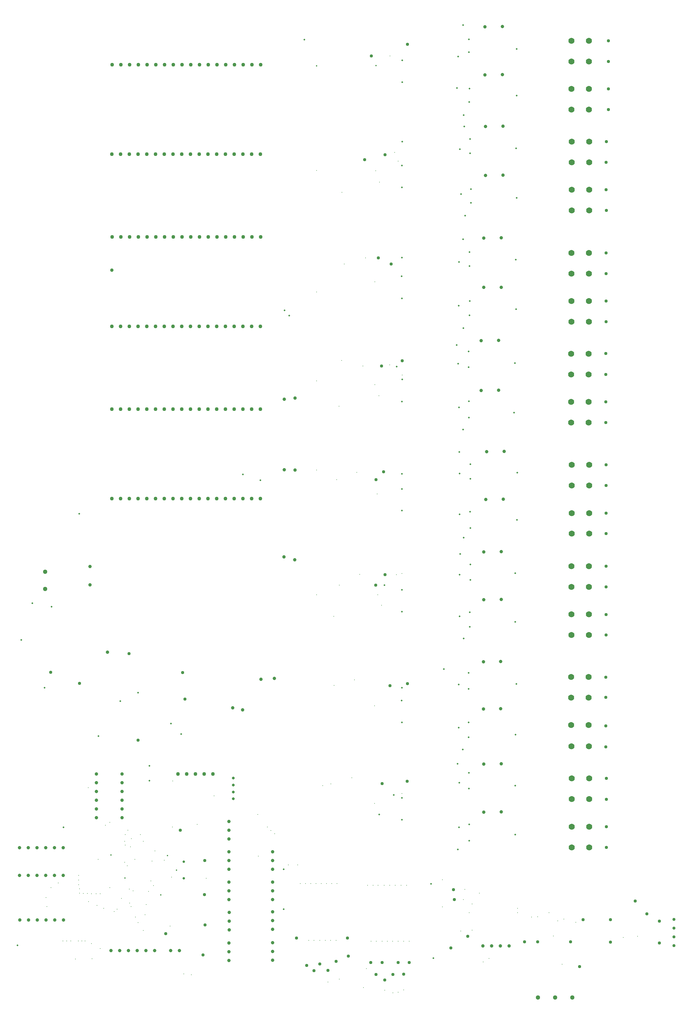
<source format=gbr>
%TF.GenerationSoftware,Altium Limited,Altium Designer,24.10.1 (45)*%
G04 Layer_Color=0*
%FSLAX43Y43*%
%MOMM*%
%TF.SameCoordinates,766D9AF5-BA92-4156-BEB6-FD46E2A8267A*%
%TF.FilePolarity,Positive*%
%TF.FileFunction,Plated,1,2,PTH,Drill*%
%TF.Part,Single*%
G01*
G75*
%TA.AperFunction,ComponentDrill*%
%ADD107C,1.000*%
%ADD108C,1.000*%
%ADD109C,0.950*%
%ADD110C,0.950*%
%ADD111C,0.900*%
%ADD112C,0.800*%
%ADD113C,0.700*%
%ADD114C,1.100*%
%ADD115C,1.300*%
%ADD116C,1.778*%
%ADD117C,1.300*%
%TA.AperFunction,ViaDrill,NotFilled*%
%ADD118C,0.300*%
%ADD119C,0.500*%
%ADD120C,0.400*%
%ADD121C,1.000*%
D107*
X75555Y19790D02*
D03*
Y17250D02*
D03*
Y14710D02*
D03*
X31828Y56037D02*
D03*
Y58577D02*
D03*
Y61117D02*
D03*
Y63657D02*
D03*
Y66197D02*
D03*
Y68737D02*
D03*
X22475Y123733D02*
D03*
Y129067D02*
D03*
X75555Y41110D02*
D03*
Y43650D02*
D03*
Y46190D02*
D03*
Y32295D02*
D03*
Y34835D02*
D03*
Y37375D02*
D03*
Y23625D02*
D03*
Y26165D02*
D03*
Y28705D02*
D03*
X62917Y46131D02*
D03*
Y43591D02*
D03*
Y41051D02*
D03*
X62867Y54961D02*
D03*
Y52421D02*
D03*
Y49881D02*
D03*
X62943Y28567D02*
D03*
Y26027D02*
D03*
Y23487D02*
D03*
X62842Y19667D02*
D03*
Y17127D02*
D03*
Y14587D02*
D03*
X62893Y37342D02*
D03*
Y34802D02*
D03*
Y32262D02*
D03*
X24328Y68737D02*
D03*
Y66197D02*
D03*
Y63657D02*
D03*
Y61117D02*
D03*
Y58577D02*
D03*
Y56037D02*
D03*
D108*
X139263Y18847D02*
D03*
X141803D02*
D03*
X144343D02*
D03*
X136723D02*
D03*
X48487Y17456D02*
D03*
X45947D02*
D03*
X14747Y47332D02*
D03*
X12207D02*
D03*
X9667D02*
D03*
X7127D02*
D03*
X4587D02*
D03*
X2047D02*
D03*
X28577Y17496D02*
D03*
X31117D02*
D03*
X33657D02*
D03*
X36197D02*
D03*
X38737D02*
D03*
X41277D02*
D03*
X14782Y26332D02*
D03*
X12242D02*
D03*
X9702D02*
D03*
X7162D02*
D03*
X4622D02*
D03*
X2082D02*
D03*
X14737Y39332D02*
D03*
X12197D02*
D03*
X9657D02*
D03*
X7117D02*
D03*
X4577D02*
D03*
X2037D02*
D03*
X141263Y180304D02*
D03*
X136188Y180229D02*
D03*
X141263Y194774D02*
D03*
X136188Y194699D02*
D03*
X142040Y210203D02*
D03*
X136965Y210128D02*
D03*
X142070Y224524D02*
D03*
X136995Y224449D02*
D03*
X142370Y271963D02*
D03*
X137295Y271888D02*
D03*
X142370Y285933D02*
D03*
X137295Y285858D02*
D03*
X142556Y242748D02*
D03*
X137481Y242673D02*
D03*
X142556Y257006D02*
D03*
X137481Y256931D02*
D03*
X142074Y57725D02*
D03*
X136999Y57650D02*
D03*
Y71664D02*
D03*
X142074Y71739D02*
D03*
X141914Y87735D02*
D03*
X136839Y87660D02*
D03*
X141914Y101475D02*
D03*
X136839Y101400D02*
D03*
X142674Y148609D02*
D03*
X137599Y148534D02*
D03*
X142894Y162509D02*
D03*
X137819Y162434D02*
D03*
X142056Y119499D02*
D03*
X136981Y119424D02*
D03*
X142056Y133389D02*
D03*
X136981Y133314D02*
D03*
D109*
X108200Y8900D02*
D03*
X107875Y156600D02*
D03*
X107225Y187275D02*
D03*
X113260Y188834D02*
D03*
X105600Y154275D02*
D03*
X108303Y126725D02*
D03*
X105544Y123600D02*
D03*
X91650Y11675D02*
D03*
X82550Y21080D02*
D03*
X87600Y11650D02*
D03*
X89291Y13536D02*
D03*
X85475Y13174D02*
D03*
X105675Y10500D02*
D03*
X110512Y10538D02*
D03*
X107375Y14011D02*
D03*
X112105D02*
D03*
X115250D02*
D03*
X113650Y10625D02*
D03*
X97575Y15854D02*
D03*
X97325Y21070D02*
D03*
X94000Y14350D02*
D03*
X108225Y248725D02*
D03*
X110050Y216950D02*
D03*
X106292Y218700D02*
D03*
X109675Y94450D02*
D03*
X104325Y277400D02*
D03*
X114769Y94997D02*
D03*
X114699Y66652D02*
D03*
X114815Y280779D02*
D03*
X102376Y247251D02*
D03*
X107450Y65950D02*
D03*
X36475Y78625D02*
D03*
X55823Y43591D02*
D03*
X48750Y52421D02*
D03*
X128125Y35198D02*
D03*
X164842Y12822D02*
D03*
X165876Y26412D02*
D03*
X128397Y32252D02*
D03*
X172433Y170854D02*
D03*
Y176854D02*
D03*
X172453Y184874D02*
D03*
Y190934D02*
D03*
X172500Y200174D02*
D03*
Y206174D02*
D03*
Y214174D02*
D03*
Y220144D02*
D03*
X173226Y261823D02*
D03*
Y267823D02*
D03*
Y275823D02*
D03*
Y281823D02*
D03*
X172592Y232498D02*
D03*
X172542Y238498D02*
D03*
X172502Y246498D02*
D03*
X172592Y252498D02*
D03*
X172574Y47455D02*
D03*
Y53465D02*
D03*
Y61445D02*
D03*
Y67465D02*
D03*
X172414Y76685D02*
D03*
Y82765D02*
D03*
Y91055D02*
D03*
Y96875D02*
D03*
X172554Y138629D02*
D03*
Y144579D02*
D03*
Y152579D02*
D03*
Y158639D02*
D03*
X172486Y109149D02*
D03*
Y115109D02*
D03*
Y123149D02*
D03*
Y129149D02*
D03*
X50111Y90534D02*
D03*
X49380Y98269D02*
D03*
X19450Y95125D02*
D03*
X11090Y98319D02*
D03*
X33830Y103699D02*
D03*
D110*
X104125Y14011D02*
D03*
X187993Y19638D02*
D03*
X173793Y19891D02*
D03*
X181023Y31868D02*
D03*
X173793Y26418D02*
D03*
X187993Y25998D02*
D03*
X184373Y28158D02*
D03*
X44475Y22408D02*
D03*
X55948Y24951D02*
D03*
X55372Y16167D02*
D03*
X55793Y33754D02*
D03*
X148858Y20002D02*
D03*
X132303Y21628D02*
D03*
X152592Y20002D02*
D03*
X162184Y20027D02*
D03*
X127375Y18224D02*
D03*
D111*
X192275Y18900D02*
D03*
Y21440D02*
D03*
Y23980D02*
D03*
Y26520D02*
D03*
D112*
X64122Y61561D02*
D03*
Y65561D02*
D03*
Y67561D02*
D03*
Y63561D02*
D03*
D113*
X49737Y43326D02*
D03*
Y38446D02*
D03*
D114*
X53122Y68807D02*
D03*
X55662D02*
D03*
X50582D02*
D03*
X48042D02*
D03*
X58202D02*
D03*
X67000Y224815D02*
D03*
X64460D02*
D03*
X59380D02*
D03*
X69540D02*
D03*
X72080D02*
D03*
X61920D02*
D03*
X56840D02*
D03*
X54300D02*
D03*
X51760D02*
D03*
X31440D02*
D03*
X33980D02*
D03*
X41600D02*
D03*
X36520D02*
D03*
X44140D02*
D03*
X39060D02*
D03*
X46680D02*
D03*
X28900D02*
D03*
X49220D02*
D03*
X66960Y174815D02*
D03*
X64420D02*
D03*
X59340D02*
D03*
X69500D02*
D03*
X72040D02*
D03*
X61880D02*
D03*
X56800D02*
D03*
X54260D02*
D03*
X51720D02*
D03*
X31400D02*
D03*
X33940D02*
D03*
X41560D02*
D03*
X36480D02*
D03*
X44100D02*
D03*
X39020D02*
D03*
X46640D02*
D03*
X28860D02*
D03*
X49180D02*
D03*
X66970Y198815D02*
D03*
X64430D02*
D03*
X59350D02*
D03*
X69510D02*
D03*
X72050D02*
D03*
X61890D02*
D03*
X56810D02*
D03*
X54270D02*
D03*
X51730D02*
D03*
X31410D02*
D03*
X33950D02*
D03*
X41570D02*
D03*
X36490D02*
D03*
X44110D02*
D03*
X39030D02*
D03*
X46650D02*
D03*
X28870D02*
D03*
X49190D02*
D03*
X66910Y148815D02*
D03*
X64370D02*
D03*
X59290D02*
D03*
X69450D02*
D03*
X71990D02*
D03*
X61830D02*
D03*
X56750D02*
D03*
X54210D02*
D03*
X51670D02*
D03*
X31350D02*
D03*
X33890D02*
D03*
X41510D02*
D03*
X36430D02*
D03*
X44050D02*
D03*
X38970D02*
D03*
X46590D02*
D03*
X28810D02*
D03*
X49130D02*
D03*
X49150Y248815D02*
D03*
X28830D02*
D03*
X46610D02*
D03*
X38990D02*
D03*
X44070D02*
D03*
X36450D02*
D03*
X41530D02*
D03*
X33910D02*
D03*
X31370D02*
D03*
X51690D02*
D03*
X54230D02*
D03*
X56770D02*
D03*
X61850D02*
D03*
X72010D02*
D03*
X69470D02*
D03*
X59310D02*
D03*
X64390D02*
D03*
X66930D02*
D03*
X49240Y274815D02*
D03*
X28920D02*
D03*
X46700D02*
D03*
X39080D02*
D03*
X44160D02*
D03*
X36540D02*
D03*
X41620D02*
D03*
X34000D02*
D03*
X31460D02*
D03*
X51780D02*
D03*
X54320D02*
D03*
X56860D02*
D03*
X61940D02*
D03*
X72100D02*
D03*
X69560D02*
D03*
X59400D02*
D03*
X64480D02*
D03*
X67020D02*
D03*
D115*
X157702Y3862D02*
D03*
X152702D02*
D03*
X162702D02*
D03*
D116*
X162393Y170854D02*
D03*
X167473D02*
D03*
X162393Y176854D02*
D03*
X167473D02*
D03*
X162393Y184854D02*
D03*
X167473D02*
D03*
X162393Y190854D02*
D03*
X167473D02*
D03*
X162460Y200174D02*
D03*
X167540D02*
D03*
X162460Y206174D02*
D03*
X167540D02*
D03*
X162460Y214174D02*
D03*
X167540D02*
D03*
X162460Y220174D02*
D03*
X167540D02*
D03*
X162450Y261823D02*
D03*
X167530D02*
D03*
X162450Y267823D02*
D03*
X167530D02*
D03*
X162450Y275823D02*
D03*
X167530D02*
D03*
X162450Y281823D02*
D03*
X167530D02*
D03*
X162502Y232498D02*
D03*
X167582D02*
D03*
X162502Y238498D02*
D03*
X167582D02*
D03*
X162502Y246498D02*
D03*
X167582D02*
D03*
X162502Y252498D02*
D03*
X167582D02*
D03*
X162534Y47465D02*
D03*
X167614D02*
D03*
X162534Y53465D02*
D03*
X167614D02*
D03*
Y61465D02*
D03*
X162534D02*
D03*
X167614Y67465D02*
D03*
X162534D02*
D03*
X162484Y76855D02*
D03*
X167564D02*
D03*
X162374Y82985D02*
D03*
X167454D02*
D03*
X162374Y90985D02*
D03*
X167454D02*
D03*
X162374Y96985D02*
D03*
X167454D02*
D03*
X162514Y138579D02*
D03*
X167594D02*
D03*
X162514Y144579D02*
D03*
X167594D02*
D03*
X162514Y152579D02*
D03*
X167594D02*
D03*
X162514Y158579D02*
D03*
X167594D02*
D03*
X162446Y109149D02*
D03*
X167526D02*
D03*
X162446Y115149D02*
D03*
X167526D02*
D03*
X162446Y123149D02*
D03*
X167526D02*
D03*
X162446Y129149D02*
D03*
X167526D02*
D03*
D117*
X9500Y122500D02*
D03*
Y127500D02*
D03*
D118*
X105275Y211800D02*
D03*
X105250Y88555D02*
D03*
Y60205D02*
D03*
X88400Y244095D02*
D03*
X105525Y244050D02*
D03*
X88400Y208795D02*
D03*
Y183013D02*
D03*
X105325Y181925D02*
D03*
X88400Y157119D02*
D03*
X105975Y150125D02*
D03*
X88400Y120808D02*
D03*
X106180Y120824D02*
D03*
X136756Y14125D02*
D03*
X124925Y30125D02*
D03*
Y38050D02*
D03*
X177493Y21294D02*
D03*
X82855Y42375D02*
D03*
X80150D02*
D03*
X138475Y15200D02*
D03*
X146825Y29712D02*
D03*
X155937Y28504D02*
D03*
X150822Y27172D02*
D03*
X146825Y28500D02*
D03*
X152592Y27250D02*
D03*
X130303Y23115D02*
D03*
X90125Y65350D02*
D03*
X76150Y51375D02*
D03*
X75075Y52375D02*
D03*
X74075Y53325D02*
D03*
X71300Y57000D02*
D03*
X93350Y114600D02*
D03*
X94900Y175625D02*
D03*
X53675Y54100D02*
D03*
X34507Y50007D02*
D03*
X95750Y237750D02*
D03*
X99345Y96125D02*
D03*
X102595Y218700D02*
D03*
X109600Y187650D02*
D03*
X113175Y127000D02*
D03*
X96375Y216950D02*
D03*
X112100Y246825D02*
D03*
X71475Y44925D02*
D03*
X34237Y47625D02*
D03*
X33507Y52407D02*
D03*
X32732Y51125D02*
D03*
X37150D02*
D03*
X34007Y31275D02*
D03*
X26950Y53875D02*
D03*
X28272Y54675D02*
D03*
X35700Y27175D02*
D03*
X36450Y25550D02*
D03*
X56275Y38425D02*
D03*
X38500Y27850D02*
D03*
X38007Y23299D02*
D03*
X34450Y30250D02*
D03*
X25432Y34000D02*
D03*
X49750Y10675D02*
D03*
X102875Y12250D02*
D03*
X51950Y10455D02*
D03*
X25442Y18060D02*
D03*
X22950Y19520D02*
D03*
X28275Y35728D02*
D03*
X24300Y34000D02*
D03*
X31626Y32598D02*
D03*
X26447Y29732D02*
D03*
X22950Y34000D02*
D03*
X101975Y6685D02*
D03*
X108150Y5955D02*
D03*
X94950Y9175D02*
D03*
X91675Y8290D02*
D03*
X23075Y15075D02*
D03*
X18225Y14975D02*
D03*
X112105Y5317D02*
D03*
X15732Y20221D02*
D03*
X14657D02*
D03*
X16882Y20246D02*
D03*
X19410Y35400D02*
D03*
X19225Y36582D02*
D03*
Y37975D02*
D03*
Y39287D02*
D03*
X104160Y20150D02*
D03*
X110512Y5225D02*
D03*
X113650Y6075D02*
D03*
X21750Y34050D02*
D03*
X9975Y30225D02*
D03*
X11125Y35725D02*
D03*
X13275Y37075D02*
D03*
X9675Y32850D02*
D03*
X24850Y43925D02*
D03*
X19115Y20246D02*
D03*
X20095Y20250D02*
D03*
X21075D02*
D03*
X19425Y34175D02*
D03*
X20550Y34050D02*
D03*
X30407Y29482D02*
D03*
X29500Y28800D02*
D03*
X115250Y20150D02*
D03*
X113650Y20185D02*
D03*
X112105D02*
D03*
X110475Y20150D02*
D03*
X108965Y20150D02*
D03*
X107375D02*
D03*
X105705Y20150D02*
D03*
X87620Y20451D02*
D03*
X86065Y20433D02*
D03*
X89291Y20434D02*
D03*
X90896Y20433D02*
D03*
X92441D02*
D03*
X94000D02*
D03*
X106693Y240700D02*
D03*
X92475Y65925D02*
D03*
X93470Y94500D02*
D03*
X98580Y67650D02*
D03*
X101870Y187275D02*
D03*
X113260Y184700D02*
D03*
X95670Y188877D02*
D03*
X100075Y156425D02*
D03*
X100925Y126775D02*
D03*
X94175Y154275D02*
D03*
X94930Y123600D02*
D03*
X113198Y63120D02*
D03*
X109725Y277400D02*
D03*
X111025Y249403D02*
D03*
X21950Y64800D02*
D03*
X114534Y36420D02*
D03*
X112915D02*
D03*
X111225D02*
D03*
X109580D02*
D03*
X107970D02*
D03*
X106270Y36405D02*
D03*
X104756Y36420D02*
D03*
X103170Y36420D02*
D03*
X94320Y36961D02*
D03*
X92750D02*
D03*
X91231Y36961D02*
D03*
X89695D02*
D03*
X88195D02*
D03*
X86685D02*
D03*
X85130Y36961D02*
D03*
X83617D02*
D03*
X33927Y35311D02*
D03*
X46500Y66775D02*
D03*
X46490Y53385D02*
D03*
X58552Y62407D02*
D03*
X40229Y37694D02*
D03*
X40992Y36324D02*
D03*
X38001Y49182D02*
D03*
X33314Y42073D02*
D03*
X35007Y34796D02*
D03*
X32771Y48146D02*
D03*
X35500Y43950D02*
D03*
X44120Y43682D02*
D03*
X181663Y21618D02*
D03*
X159747Y13492D02*
D03*
X38853Y30882D02*
D03*
X24529Y30607D02*
D03*
X22057Y31682D02*
D03*
X45797Y24536D02*
D03*
X46177Y38777D02*
D03*
X41375Y46425D02*
D03*
X40507Y43473D02*
D03*
X133593Y23362D02*
D03*
X157207Y21712D02*
D03*
X163712Y25646D02*
D03*
X160207Y26632D02*
D03*
X158497Y26077D02*
D03*
X39507Y34637D02*
D03*
X32554Y43076D02*
D03*
X32560Y49197D02*
D03*
X133593Y30982D02*
D03*
X135733Y34157D02*
D03*
X131033Y32252D02*
D03*
X131486Y35267D02*
D03*
X132703Y28442D02*
D03*
X107236Y117775D02*
D03*
X106463Y178650D02*
D03*
X111525Y126725D02*
D03*
D119*
X84825Y282150D02*
D03*
X130950Y286325D02*
D03*
X121675Y36825D02*
D03*
X78830Y29455D02*
D03*
Y41110D02*
D03*
X113181Y206949D02*
D03*
X111650Y187125D02*
D03*
X113125Y90125D02*
D03*
X113157Y93848D02*
D03*
X113159Y115959D02*
D03*
X113150Y83750D02*
D03*
Y122300D02*
D03*
X113175Y145300D02*
D03*
X113162Y151614D02*
D03*
X113125Y213350D02*
D03*
X113150Y218825D02*
D03*
X113200Y245550D02*
D03*
X113150Y239225D02*
D03*
X113225Y252475D02*
D03*
Y276100D02*
D03*
X113254Y269788D02*
D03*
X113150Y156000D02*
D03*
X113162Y176998D02*
D03*
X113198Y55500D02*
D03*
X39800Y71125D02*
D03*
X39775Y66800D02*
D03*
X108100Y123600D02*
D03*
X110825Y62685D02*
D03*
X1375Y19000D02*
D03*
X49035Y80375D02*
D03*
X19350Y144350D02*
D03*
X130093Y132724D02*
D03*
X14775Y53275D02*
D03*
X122290Y15226D02*
D03*
X9300Y93834D02*
D03*
X46025Y83435D02*
D03*
X11300Y117375D02*
D03*
X2520Y107709D02*
D03*
X130900Y75850D02*
D03*
X131000Y198325D02*
D03*
X131300Y256900D02*
D03*
X131100Y260225D02*
D03*
X130925Y168825D02*
D03*
X131525Y231025D02*
D03*
X130975Y224125D02*
D03*
X129650Y82275D02*
D03*
X125400Y99275D02*
D03*
X131150Y108150D02*
D03*
X129750Y53280D02*
D03*
X129450Y46825D02*
D03*
X129975Y114575D02*
D03*
X132926Y115734D02*
D03*
X131100Y137400D02*
D03*
X129961Y144189D02*
D03*
X71990Y154100D02*
D03*
X66925Y155775D02*
D03*
X129790Y175254D02*
D03*
X106575Y56975D02*
D03*
X79025Y203475D02*
D03*
X129850Y66225D02*
D03*
X129375Y71700D02*
D03*
X129675Y94800D02*
D03*
X129975Y126725D02*
D03*
X80375Y201925D02*
D03*
X129925Y156025D02*
D03*
X129850Y162325D02*
D03*
X129725Y204825D02*
D03*
X130329Y237278D02*
D03*
X129500Y188000D02*
D03*
X129100Y193400D02*
D03*
X129800Y217500D02*
D03*
X130000Y250300D02*
D03*
X129136Y268048D02*
D03*
X129526Y277260D02*
D03*
X132566Y186934D02*
D03*
X145748Y173764D02*
D03*
X146018Y188174D02*
D03*
X132623Y177069D02*
D03*
X113243Y183444D02*
D03*
X132623Y172314D02*
D03*
X132603Y191504D02*
D03*
X132850Y202024D02*
D03*
X132880Y206144D02*
D03*
X132850Y220444D02*
D03*
X132830Y216384D02*
D03*
X146320Y218234D02*
D03*
X146335Y203823D02*
D03*
X132972Y253268D02*
D03*
X132982Y249148D02*
D03*
X133262Y234678D02*
D03*
X133222Y238718D02*
D03*
X146382Y250578D02*
D03*
X146572Y236158D02*
D03*
X132660Y282223D02*
D03*
Y278523D02*
D03*
X132780Y267913D02*
D03*
X132770Y264013D02*
D03*
X146535Y279463D02*
D03*
Y265843D02*
D03*
X113198Y61850D02*
D03*
X132766Y54103D02*
D03*
X132764Y49422D02*
D03*
X132615Y69123D02*
D03*
Y64539D02*
D03*
X146149Y65359D02*
D03*
Y51195D02*
D03*
X132926Y111529D02*
D03*
X146101Y112969D02*
D03*
X146136Y127074D02*
D03*
X133046Y129659D02*
D03*
Y125199D02*
D03*
X133074Y158799D02*
D03*
Y154549D02*
D03*
X132974Y144989D02*
D03*
X133044Y140219D02*
D03*
X146684Y156279D02*
D03*
X146659Y142564D02*
D03*
X132559Y83770D02*
D03*
Y79445D02*
D03*
X132554Y98135D02*
D03*
X132574Y93525D02*
D03*
X146434Y94975D02*
D03*
X146219Y80170D02*
D03*
X5740Y118419D02*
D03*
X36450Y92419D02*
D03*
X31330Y89979D02*
D03*
X24935Y79819D02*
D03*
D120*
X88400Y274550D02*
D03*
X105625Y274603D02*
D03*
X28575Y45275D02*
D03*
X45037Y45096D02*
D03*
X32675Y38576D02*
D03*
X43104Y33670D02*
D03*
X47627Y40831D02*
D03*
D121*
X66900Y87375D02*
D03*
X63950Y88025D02*
D03*
X72175Y96300D02*
D03*
X76075Y96550D02*
D03*
X78900Y131875D02*
D03*
X81975Y130975D02*
D03*
X82075Y157075D02*
D03*
X78950Y157200D02*
D03*
X82075Y178000D02*
D03*
X78950Y177650D02*
D03*
X28825Y215125D02*
D03*
X27550Y104139D02*
D03*
%TF.MD5,5ace086482ed70da36eee739f3f97b76*%
M02*

</source>
